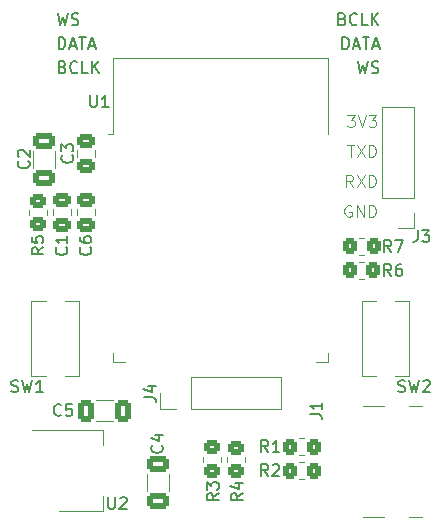
<source format=gto>
%TF.GenerationSoftware,KiCad,Pcbnew,7.0.1-3b83917a11~172~ubuntu22.04.1*%
%TF.CreationDate,2023-04-18T10:01:55+02:00*%
%TF.ProjectId,part2,70617274-322e-46b6-9963-61645f706362,rev?*%
%TF.SameCoordinates,Original*%
%TF.FileFunction,Legend,Top*%
%TF.FilePolarity,Positive*%
%FSLAX46Y46*%
G04 Gerber Fmt 4.6, Leading zero omitted, Abs format (unit mm)*
G04 Created by KiCad (PCBNEW 7.0.1-3b83917a11~172~ubuntu22.04.1) date 2023-04-18 10:01:55*
%MOMM*%
%LPD*%
G01*
G04 APERTURE LIST*
G04 Aperture macros list*
%AMRoundRect*
0 Rectangle with rounded corners*
0 $1 Rounding radius*
0 $2 $3 $4 $5 $6 $7 $8 $9 X,Y pos of 4 corners*
0 Add a 4 corners polygon primitive as box body*
4,1,4,$2,$3,$4,$5,$6,$7,$8,$9,$2,$3,0*
0 Add four circle primitives for the rounded corners*
1,1,$1+$1,$2,$3*
1,1,$1+$1,$4,$5*
1,1,$1+$1,$6,$7*
1,1,$1+$1,$8,$9*
0 Add four rect primitives between the rounded corners*
20,1,$1+$1,$2,$3,$4,$5,0*
20,1,$1+$1,$4,$5,$6,$7,0*
20,1,$1+$1,$6,$7,$8,$9,0*
20,1,$1+$1,$8,$9,$2,$3,0*%
G04 Aperture macros list end*
%ADD10C,0.125000*%
%ADD11C,0.150000*%
%ADD12C,0.120000*%
%ADD13RoundRect,0.250000X0.650000X-0.412500X0.650000X0.412500X-0.650000X0.412500X-0.650000X-0.412500X0*%
%ADD14RoundRect,0.250000X0.450000X-0.350000X0.450000X0.350000X-0.450000X0.350000X-0.450000X-0.350000X0*%
%ADD15R,4.000000X1.800000*%
%ADD16RoundRect,0.250000X0.412500X0.650000X-0.412500X0.650000X-0.412500X-0.650000X0.412500X-0.650000X0*%
%ADD17RoundRect,0.250000X-0.350000X-0.450000X0.350000X-0.450000X0.350000X0.450000X-0.350000X0.450000X0*%
%ADD18RoundRect,0.250000X-0.450000X0.350000X-0.450000X-0.350000X0.450000X-0.350000X0.450000X0.350000X0*%
%ADD19RoundRect,0.250000X0.475000X-0.337500X0.475000X0.337500X-0.475000X0.337500X-0.475000X-0.337500X0*%
%ADD20RoundRect,0.250000X-0.475000X0.337500X-0.475000X-0.337500X0.475000X-0.337500X0.475000X0.337500X0*%
%ADD21R,1.000000X1.250000*%
%ADD22RoundRect,0.250000X-0.650000X0.412500X-0.650000X-0.412500X0.650000X-0.412500X0.650000X0.412500X0*%
%ADD23R,1.700000X1.700000*%
%ADD24O,1.700000X1.700000*%
%ADD25RoundRect,0.250000X0.350000X0.450000X-0.350000X0.450000X-0.350000X-0.450000X0.350000X-0.450000X0*%
%ADD26R,2.000000X1.500000*%
%ADD27R,2.000000X3.800000*%
%ADD28R,1.500000X0.900000*%
%ADD29R,0.900000X1.500000*%
%ADD30C,0.600000*%
%ADD31R,4.200000X4.200000*%
%ADD32C,0.650000*%
%ADD33R,1.150000X0.600000*%
%ADD34R,1.150000X0.300000*%
%ADD35O,2.100000X1.000000*%
%ADD36O,1.800000X1.000000*%
G04 APERTURE END LIST*
D10*
X153510571Y-87207619D02*
X154129618Y-87207619D01*
X154129618Y-87207619D02*
X153796285Y-87588571D01*
X153796285Y-87588571D02*
X153939142Y-87588571D01*
X153939142Y-87588571D02*
X154034380Y-87636190D01*
X154034380Y-87636190D02*
X154081999Y-87683809D01*
X154081999Y-87683809D02*
X154129618Y-87779047D01*
X154129618Y-87779047D02*
X154129618Y-88017142D01*
X154129618Y-88017142D02*
X154081999Y-88112380D01*
X154081999Y-88112380D02*
X154034380Y-88160000D01*
X154034380Y-88160000D02*
X153939142Y-88207619D01*
X153939142Y-88207619D02*
X153653428Y-88207619D01*
X153653428Y-88207619D02*
X153558190Y-88160000D01*
X153558190Y-88160000D02*
X153510571Y-88112380D01*
X154415333Y-87207619D02*
X154748666Y-88207619D01*
X154748666Y-88207619D02*
X155081999Y-87207619D01*
X155320095Y-87207619D02*
X155939142Y-87207619D01*
X155939142Y-87207619D02*
X155605809Y-87588571D01*
X155605809Y-87588571D02*
X155748666Y-87588571D01*
X155748666Y-87588571D02*
X155843904Y-87636190D01*
X155843904Y-87636190D02*
X155891523Y-87683809D01*
X155891523Y-87683809D02*
X155939142Y-87779047D01*
X155939142Y-87779047D02*
X155939142Y-88017142D01*
X155939142Y-88017142D02*
X155891523Y-88112380D01*
X155891523Y-88112380D02*
X155843904Y-88160000D01*
X155843904Y-88160000D02*
X155748666Y-88207619D01*
X155748666Y-88207619D02*
X155462952Y-88207619D01*
X155462952Y-88207619D02*
X155367714Y-88160000D01*
X155367714Y-88160000D02*
X155320095Y-88112380D01*
X153510571Y-89747619D02*
X154081999Y-89747619D01*
X153796285Y-90747619D02*
X153796285Y-89747619D01*
X154320095Y-89747619D02*
X154986761Y-90747619D01*
X154986761Y-89747619D02*
X154320095Y-90747619D01*
X155367714Y-90747619D02*
X155367714Y-89747619D01*
X155367714Y-89747619D02*
X155605809Y-89747619D01*
X155605809Y-89747619D02*
X155748666Y-89795238D01*
X155748666Y-89795238D02*
X155843904Y-89890476D01*
X155843904Y-89890476D02*
X155891523Y-89985714D01*
X155891523Y-89985714D02*
X155939142Y-90176190D01*
X155939142Y-90176190D02*
X155939142Y-90319047D01*
X155939142Y-90319047D02*
X155891523Y-90509523D01*
X155891523Y-90509523D02*
X155843904Y-90604761D01*
X155843904Y-90604761D02*
X155748666Y-90700000D01*
X155748666Y-90700000D02*
X155605809Y-90747619D01*
X155605809Y-90747619D02*
X155367714Y-90747619D01*
X153843904Y-94875238D02*
X153748666Y-94827619D01*
X153748666Y-94827619D02*
X153605809Y-94827619D01*
X153605809Y-94827619D02*
X153462952Y-94875238D01*
X153462952Y-94875238D02*
X153367714Y-94970476D01*
X153367714Y-94970476D02*
X153320095Y-95065714D01*
X153320095Y-95065714D02*
X153272476Y-95256190D01*
X153272476Y-95256190D02*
X153272476Y-95399047D01*
X153272476Y-95399047D02*
X153320095Y-95589523D01*
X153320095Y-95589523D02*
X153367714Y-95684761D01*
X153367714Y-95684761D02*
X153462952Y-95780000D01*
X153462952Y-95780000D02*
X153605809Y-95827619D01*
X153605809Y-95827619D02*
X153701047Y-95827619D01*
X153701047Y-95827619D02*
X153843904Y-95780000D01*
X153843904Y-95780000D02*
X153891523Y-95732380D01*
X153891523Y-95732380D02*
X153891523Y-95399047D01*
X153891523Y-95399047D02*
X153701047Y-95399047D01*
X154320095Y-95827619D02*
X154320095Y-94827619D01*
X154320095Y-94827619D02*
X154891523Y-95827619D01*
X154891523Y-95827619D02*
X154891523Y-94827619D01*
X155367714Y-95827619D02*
X155367714Y-94827619D01*
X155367714Y-94827619D02*
X155605809Y-94827619D01*
X155605809Y-94827619D02*
X155748666Y-94875238D01*
X155748666Y-94875238D02*
X155843904Y-94970476D01*
X155843904Y-94970476D02*
X155891523Y-95065714D01*
X155891523Y-95065714D02*
X155939142Y-95256190D01*
X155939142Y-95256190D02*
X155939142Y-95399047D01*
X155939142Y-95399047D02*
X155891523Y-95589523D01*
X155891523Y-95589523D02*
X155843904Y-95684761D01*
X155843904Y-95684761D02*
X155748666Y-95780000D01*
X155748666Y-95780000D02*
X155605809Y-95827619D01*
X155605809Y-95827619D02*
X155367714Y-95827619D01*
X153986761Y-93287619D02*
X153653428Y-92811428D01*
X153415333Y-93287619D02*
X153415333Y-92287619D01*
X153415333Y-92287619D02*
X153796285Y-92287619D01*
X153796285Y-92287619D02*
X153891523Y-92335238D01*
X153891523Y-92335238D02*
X153939142Y-92382857D01*
X153939142Y-92382857D02*
X153986761Y-92478095D01*
X153986761Y-92478095D02*
X153986761Y-92620952D01*
X153986761Y-92620952D02*
X153939142Y-92716190D01*
X153939142Y-92716190D02*
X153891523Y-92763809D01*
X153891523Y-92763809D02*
X153796285Y-92811428D01*
X153796285Y-92811428D02*
X153415333Y-92811428D01*
X154320095Y-92287619D02*
X154986761Y-93287619D01*
X154986761Y-92287619D02*
X154320095Y-93287619D01*
X155367714Y-93287619D02*
X155367714Y-92287619D01*
X155367714Y-92287619D02*
X155605809Y-92287619D01*
X155605809Y-92287619D02*
X155748666Y-92335238D01*
X155748666Y-92335238D02*
X155843904Y-92430476D01*
X155843904Y-92430476D02*
X155891523Y-92525714D01*
X155891523Y-92525714D02*
X155939142Y-92716190D01*
X155939142Y-92716190D02*
X155939142Y-92859047D01*
X155939142Y-92859047D02*
X155891523Y-93049523D01*
X155891523Y-93049523D02*
X155843904Y-93144761D01*
X155843904Y-93144761D02*
X155748666Y-93240000D01*
X155748666Y-93240000D02*
X155605809Y-93287619D01*
X155605809Y-93287619D02*
X155367714Y-93287619D01*
D11*
%TO.C,C4*%
X137810880Y-115166666D02*
X137858500Y-115214285D01*
X137858500Y-115214285D02*
X137906119Y-115357142D01*
X137906119Y-115357142D02*
X137906119Y-115452380D01*
X137906119Y-115452380D02*
X137858500Y-115595237D01*
X137858500Y-115595237D02*
X137763261Y-115690475D01*
X137763261Y-115690475D02*
X137668023Y-115738094D01*
X137668023Y-115738094D02*
X137477547Y-115785713D01*
X137477547Y-115785713D02*
X137334690Y-115785713D01*
X137334690Y-115785713D02*
X137144214Y-115738094D01*
X137144214Y-115738094D02*
X137048976Y-115690475D01*
X137048976Y-115690475D02*
X136953738Y-115595237D01*
X136953738Y-115595237D02*
X136906119Y-115452380D01*
X136906119Y-115452380D02*
X136906119Y-115357142D01*
X136906119Y-115357142D02*
X136953738Y-115214285D01*
X136953738Y-115214285D02*
X137001357Y-115166666D01*
X137239452Y-114309523D02*
X137906119Y-114309523D01*
X136858500Y-114547618D02*
X137572785Y-114785713D01*
X137572785Y-114785713D02*
X137572785Y-114166666D01*
%TO.C,R5*%
X127784619Y-98402666D02*
X127308428Y-98735999D01*
X127784619Y-98974094D02*
X126784619Y-98974094D01*
X126784619Y-98974094D02*
X126784619Y-98593142D01*
X126784619Y-98593142D02*
X126832238Y-98497904D01*
X126832238Y-98497904D02*
X126879857Y-98450285D01*
X126879857Y-98450285D02*
X126975095Y-98402666D01*
X126975095Y-98402666D02*
X127117952Y-98402666D01*
X127117952Y-98402666D02*
X127213190Y-98450285D01*
X127213190Y-98450285D02*
X127260809Y-98497904D01*
X127260809Y-98497904D02*
X127308428Y-98593142D01*
X127308428Y-98593142D02*
X127308428Y-98974094D01*
X126784619Y-97497904D02*
X126784619Y-97974094D01*
X126784619Y-97974094D02*
X127260809Y-98021713D01*
X127260809Y-98021713D02*
X127213190Y-97974094D01*
X127213190Y-97974094D02*
X127165571Y-97878856D01*
X127165571Y-97878856D02*
X127165571Y-97640761D01*
X127165571Y-97640761D02*
X127213190Y-97545523D01*
X127213190Y-97545523D02*
X127260809Y-97497904D01*
X127260809Y-97497904D02*
X127356047Y-97450285D01*
X127356047Y-97450285D02*
X127594142Y-97450285D01*
X127594142Y-97450285D02*
X127689380Y-97497904D01*
X127689380Y-97497904D02*
X127737000Y-97545523D01*
X127737000Y-97545523D02*
X127784619Y-97640761D01*
X127784619Y-97640761D02*
X127784619Y-97878856D01*
X127784619Y-97878856D02*
X127737000Y-97974094D01*
X127737000Y-97974094D02*
X127689380Y-98021713D01*
%TO.C,J11*%
X128988857Y-78575619D02*
X129226952Y-79575619D01*
X129226952Y-79575619D02*
X129417428Y-78861333D01*
X129417428Y-78861333D02*
X129607904Y-79575619D01*
X129607904Y-79575619D02*
X129846000Y-78575619D01*
X130179333Y-79528000D02*
X130322190Y-79575619D01*
X130322190Y-79575619D02*
X130560285Y-79575619D01*
X130560285Y-79575619D02*
X130655523Y-79528000D01*
X130655523Y-79528000D02*
X130703142Y-79480380D01*
X130703142Y-79480380D02*
X130750761Y-79385142D01*
X130750761Y-79385142D02*
X130750761Y-79289904D01*
X130750761Y-79289904D02*
X130703142Y-79194666D01*
X130703142Y-79194666D02*
X130655523Y-79147047D01*
X130655523Y-79147047D02*
X130560285Y-79099428D01*
X130560285Y-79099428D02*
X130369809Y-79051809D01*
X130369809Y-79051809D02*
X130274571Y-79004190D01*
X130274571Y-79004190D02*
X130226952Y-78956571D01*
X130226952Y-78956571D02*
X130179333Y-78861333D01*
X130179333Y-78861333D02*
X130179333Y-78766095D01*
X130179333Y-78766095D02*
X130226952Y-78670857D01*
X130226952Y-78670857D02*
X130274571Y-78623238D01*
X130274571Y-78623238D02*
X130369809Y-78575619D01*
X130369809Y-78575619D02*
X130607904Y-78575619D01*
X130607904Y-78575619D02*
X130750761Y-78623238D01*
X129417428Y-83123809D02*
X129560285Y-83171428D01*
X129560285Y-83171428D02*
X129607904Y-83219047D01*
X129607904Y-83219047D02*
X129655523Y-83314285D01*
X129655523Y-83314285D02*
X129655523Y-83457142D01*
X129655523Y-83457142D02*
X129607904Y-83552380D01*
X129607904Y-83552380D02*
X129560285Y-83600000D01*
X129560285Y-83600000D02*
X129465047Y-83647619D01*
X129465047Y-83647619D02*
X129084095Y-83647619D01*
X129084095Y-83647619D02*
X129084095Y-82647619D01*
X129084095Y-82647619D02*
X129417428Y-82647619D01*
X129417428Y-82647619D02*
X129512666Y-82695238D01*
X129512666Y-82695238D02*
X129560285Y-82742857D01*
X129560285Y-82742857D02*
X129607904Y-82838095D01*
X129607904Y-82838095D02*
X129607904Y-82933333D01*
X129607904Y-82933333D02*
X129560285Y-83028571D01*
X129560285Y-83028571D02*
X129512666Y-83076190D01*
X129512666Y-83076190D02*
X129417428Y-83123809D01*
X129417428Y-83123809D02*
X129084095Y-83123809D01*
X130655523Y-83552380D02*
X130607904Y-83600000D01*
X130607904Y-83600000D02*
X130465047Y-83647619D01*
X130465047Y-83647619D02*
X130369809Y-83647619D01*
X130369809Y-83647619D02*
X130226952Y-83600000D01*
X130226952Y-83600000D02*
X130131714Y-83504761D01*
X130131714Y-83504761D02*
X130084095Y-83409523D01*
X130084095Y-83409523D02*
X130036476Y-83219047D01*
X130036476Y-83219047D02*
X130036476Y-83076190D01*
X130036476Y-83076190D02*
X130084095Y-82885714D01*
X130084095Y-82885714D02*
X130131714Y-82790476D01*
X130131714Y-82790476D02*
X130226952Y-82695238D01*
X130226952Y-82695238D02*
X130369809Y-82647619D01*
X130369809Y-82647619D02*
X130465047Y-82647619D01*
X130465047Y-82647619D02*
X130607904Y-82695238D01*
X130607904Y-82695238D02*
X130655523Y-82742857D01*
X131560285Y-83647619D02*
X131084095Y-83647619D01*
X131084095Y-83647619D02*
X131084095Y-82647619D01*
X131893619Y-83647619D02*
X131893619Y-82647619D01*
X132465047Y-83647619D02*
X132036476Y-83076190D01*
X132465047Y-82647619D02*
X131893619Y-83219047D01*
X129084095Y-81607619D02*
X129084095Y-80607619D01*
X129084095Y-80607619D02*
X129322190Y-80607619D01*
X129322190Y-80607619D02*
X129465047Y-80655238D01*
X129465047Y-80655238D02*
X129560285Y-80750476D01*
X129560285Y-80750476D02*
X129607904Y-80845714D01*
X129607904Y-80845714D02*
X129655523Y-81036190D01*
X129655523Y-81036190D02*
X129655523Y-81179047D01*
X129655523Y-81179047D02*
X129607904Y-81369523D01*
X129607904Y-81369523D02*
X129560285Y-81464761D01*
X129560285Y-81464761D02*
X129465047Y-81560000D01*
X129465047Y-81560000D02*
X129322190Y-81607619D01*
X129322190Y-81607619D02*
X129084095Y-81607619D01*
X130036476Y-81321904D02*
X130512666Y-81321904D01*
X129941238Y-81607619D02*
X130274571Y-80607619D01*
X130274571Y-80607619D02*
X130607904Y-81607619D01*
X130798381Y-80607619D02*
X131369809Y-80607619D01*
X131084095Y-81607619D02*
X131084095Y-80607619D01*
X131655524Y-81321904D02*
X132131714Y-81321904D01*
X131560286Y-81607619D02*
X131893619Y-80607619D01*
X131893619Y-80607619D02*
X132226952Y-81607619D01*
%TO.C,C5*%
X129293333Y-112577380D02*
X129245714Y-112625000D01*
X129245714Y-112625000D02*
X129102857Y-112672619D01*
X129102857Y-112672619D02*
X129007619Y-112672619D01*
X129007619Y-112672619D02*
X128864762Y-112625000D01*
X128864762Y-112625000D02*
X128769524Y-112529761D01*
X128769524Y-112529761D02*
X128721905Y-112434523D01*
X128721905Y-112434523D02*
X128674286Y-112244047D01*
X128674286Y-112244047D02*
X128674286Y-112101190D01*
X128674286Y-112101190D02*
X128721905Y-111910714D01*
X128721905Y-111910714D02*
X128769524Y-111815476D01*
X128769524Y-111815476D02*
X128864762Y-111720238D01*
X128864762Y-111720238D02*
X129007619Y-111672619D01*
X129007619Y-111672619D02*
X129102857Y-111672619D01*
X129102857Y-111672619D02*
X129245714Y-111720238D01*
X129245714Y-111720238D02*
X129293333Y-111767857D01*
X130198095Y-111672619D02*
X129721905Y-111672619D01*
X129721905Y-111672619D02*
X129674286Y-112148809D01*
X129674286Y-112148809D02*
X129721905Y-112101190D01*
X129721905Y-112101190D02*
X129817143Y-112053571D01*
X129817143Y-112053571D02*
X130055238Y-112053571D01*
X130055238Y-112053571D02*
X130150476Y-112101190D01*
X130150476Y-112101190D02*
X130198095Y-112148809D01*
X130198095Y-112148809D02*
X130245714Y-112244047D01*
X130245714Y-112244047D02*
X130245714Y-112482142D01*
X130245714Y-112482142D02*
X130198095Y-112577380D01*
X130198095Y-112577380D02*
X130150476Y-112625000D01*
X130150476Y-112625000D02*
X130055238Y-112672619D01*
X130055238Y-112672619D02*
X129817143Y-112672619D01*
X129817143Y-112672619D02*
X129721905Y-112625000D01*
X129721905Y-112625000D02*
X129674286Y-112577380D01*
%TO.C,R6*%
X157233333Y-100810619D02*
X156900000Y-100334428D01*
X156661905Y-100810619D02*
X156661905Y-99810619D01*
X156661905Y-99810619D02*
X157042857Y-99810619D01*
X157042857Y-99810619D02*
X157138095Y-99858238D01*
X157138095Y-99858238D02*
X157185714Y-99905857D01*
X157185714Y-99905857D02*
X157233333Y-100001095D01*
X157233333Y-100001095D02*
X157233333Y-100143952D01*
X157233333Y-100143952D02*
X157185714Y-100239190D01*
X157185714Y-100239190D02*
X157138095Y-100286809D01*
X157138095Y-100286809D02*
X157042857Y-100334428D01*
X157042857Y-100334428D02*
X156661905Y-100334428D01*
X158090476Y-99810619D02*
X157900000Y-99810619D01*
X157900000Y-99810619D02*
X157804762Y-99858238D01*
X157804762Y-99858238D02*
X157757143Y-99905857D01*
X157757143Y-99905857D02*
X157661905Y-100048714D01*
X157661905Y-100048714D02*
X157614286Y-100239190D01*
X157614286Y-100239190D02*
X157614286Y-100620142D01*
X157614286Y-100620142D02*
X157661905Y-100715380D01*
X157661905Y-100715380D02*
X157709524Y-100763000D01*
X157709524Y-100763000D02*
X157804762Y-100810619D01*
X157804762Y-100810619D02*
X157995238Y-100810619D01*
X157995238Y-100810619D02*
X158090476Y-100763000D01*
X158090476Y-100763000D02*
X158138095Y-100715380D01*
X158138095Y-100715380D02*
X158185714Y-100620142D01*
X158185714Y-100620142D02*
X158185714Y-100382047D01*
X158185714Y-100382047D02*
X158138095Y-100286809D01*
X158138095Y-100286809D02*
X158090476Y-100239190D01*
X158090476Y-100239190D02*
X157995238Y-100191571D01*
X157995238Y-100191571D02*
X157804762Y-100191571D01*
X157804762Y-100191571D02*
X157709524Y-100239190D01*
X157709524Y-100239190D02*
X157661905Y-100286809D01*
X157661905Y-100286809D02*
X157614286Y-100382047D01*
%TO.C,R3*%
X142622619Y-119230666D02*
X142146428Y-119563999D01*
X142622619Y-119802094D02*
X141622619Y-119802094D01*
X141622619Y-119802094D02*
X141622619Y-119421142D01*
X141622619Y-119421142D02*
X141670238Y-119325904D01*
X141670238Y-119325904D02*
X141717857Y-119278285D01*
X141717857Y-119278285D02*
X141813095Y-119230666D01*
X141813095Y-119230666D02*
X141955952Y-119230666D01*
X141955952Y-119230666D02*
X142051190Y-119278285D01*
X142051190Y-119278285D02*
X142098809Y-119325904D01*
X142098809Y-119325904D02*
X142146428Y-119421142D01*
X142146428Y-119421142D02*
X142146428Y-119802094D01*
X141622619Y-118897332D02*
X141622619Y-118278285D01*
X141622619Y-118278285D02*
X142003571Y-118611618D01*
X142003571Y-118611618D02*
X142003571Y-118468761D01*
X142003571Y-118468761D02*
X142051190Y-118373523D01*
X142051190Y-118373523D02*
X142098809Y-118325904D01*
X142098809Y-118325904D02*
X142194047Y-118278285D01*
X142194047Y-118278285D02*
X142432142Y-118278285D01*
X142432142Y-118278285D02*
X142527380Y-118325904D01*
X142527380Y-118325904D02*
X142575000Y-118373523D01*
X142575000Y-118373523D02*
X142622619Y-118468761D01*
X142622619Y-118468761D02*
X142622619Y-118754475D01*
X142622619Y-118754475D02*
X142575000Y-118849713D01*
X142575000Y-118849713D02*
X142527380Y-118897332D01*
%TO.C,C1*%
X129721380Y-98402666D02*
X129769000Y-98450285D01*
X129769000Y-98450285D02*
X129816619Y-98593142D01*
X129816619Y-98593142D02*
X129816619Y-98688380D01*
X129816619Y-98688380D02*
X129769000Y-98831237D01*
X129769000Y-98831237D02*
X129673761Y-98926475D01*
X129673761Y-98926475D02*
X129578523Y-98974094D01*
X129578523Y-98974094D02*
X129388047Y-99021713D01*
X129388047Y-99021713D02*
X129245190Y-99021713D01*
X129245190Y-99021713D02*
X129054714Y-98974094D01*
X129054714Y-98974094D02*
X128959476Y-98926475D01*
X128959476Y-98926475D02*
X128864238Y-98831237D01*
X128864238Y-98831237D02*
X128816619Y-98688380D01*
X128816619Y-98688380D02*
X128816619Y-98593142D01*
X128816619Y-98593142D02*
X128864238Y-98450285D01*
X128864238Y-98450285D02*
X128911857Y-98402666D01*
X129816619Y-97450285D02*
X129816619Y-98021713D01*
X129816619Y-97735999D02*
X128816619Y-97735999D01*
X128816619Y-97735999D02*
X128959476Y-97831237D01*
X128959476Y-97831237D02*
X129054714Y-97926475D01*
X129054714Y-97926475D02*
X129102333Y-98021713D01*
%TO.C,J7*%
X154388857Y-82647619D02*
X154626952Y-83647619D01*
X154626952Y-83647619D02*
X154817428Y-82933333D01*
X154817428Y-82933333D02*
X155007904Y-83647619D01*
X155007904Y-83647619D02*
X155246000Y-82647619D01*
X155579333Y-83600000D02*
X155722190Y-83647619D01*
X155722190Y-83647619D02*
X155960285Y-83647619D01*
X155960285Y-83647619D02*
X156055523Y-83600000D01*
X156055523Y-83600000D02*
X156103142Y-83552380D01*
X156103142Y-83552380D02*
X156150761Y-83457142D01*
X156150761Y-83457142D02*
X156150761Y-83361904D01*
X156150761Y-83361904D02*
X156103142Y-83266666D01*
X156103142Y-83266666D02*
X156055523Y-83219047D01*
X156055523Y-83219047D02*
X155960285Y-83171428D01*
X155960285Y-83171428D02*
X155769809Y-83123809D01*
X155769809Y-83123809D02*
X155674571Y-83076190D01*
X155674571Y-83076190D02*
X155626952Y-83028571D01*
X155626952Y-83028571D02*
X155579333Y-82933333D01*
X155579333Y-82933333D02*
X155579333Y-82838095D01*
X155579333Y-82838095D02*
X155626952Y-82742857D01*
X155626952Y-82742857D02*
X155674571Y-82695238D01*
X155674571Y-82695238D02*
X155769809Y-82647619D01*
X155769809Y-82647619D02*
X156007904Y-82647619D01*
X156007904Y-82647619D02*
X156150761Y-82695238D01*
X153103142Y-81607619D02*
X153103142Y-80607619D01*
X153103142Y-80607619D02*
X153341237Y-80607619D01*
X153341237Y-80607619D02*
X153484094Y-80655238D01*
X153484094Y-80655238D02*
X153579332Y-80750476D01*
X153579332Y-80750476D02*
X153626951Y-80845714D01*
X153626951Y-80845714D02*
X153674570Y-81036190D01*
X153674570Y-81036190D02*
X153674570Y-81179047D01*
X153674570Y-81179047D02*
X153626951Y-81369523D01*
X153626951Y-81369523D02*
X153579332Y-81464761D01*
X153579332Y-81464761D02*
X153484094Y-81560000D01*
X153484094Y-81560000D02*
X153341237Y-81607619D01*
X153341237Y-81607619D02*
X153103142Y-81607619D01*
X154055523Y-81321904D02*
X154531713Y-81321904D01*
X153960285Y-81607619D02*
X154293618Y-80607619D01*
X154293618Y-80607619D02*
X154626951Y-81607619D01*
X154817428Y-80607619D02*
X155388856Y-80607619D01*
X155103142Y-81607619D02*
X155103142Y-80607619D01*
X155674571Y-81321904D02*
X156150761Y-81321904D01*
X155579333Y-81607619D02*
X155912666Y-80607619D01*
X155912666Y-80607619D02*
X156245999Y-81607619D01*
X153103142Y-79051809D02*
X153245999Y-79099428D01*
X153245999Y-79099428D02*
X153293618Y-79147047D01*
X153293618Y-79147047D02*
X153341237Y-79242285D01*
X153341237Y-79242285D02*
X153341237Y-79385142D01*
X153341237Y-79385142D02*
X153293618Y-79480380D01*
X153293618Y-79480380D02*
X153245999Y-79528000D01*
X153245999Y-79528000D02*
X153150761Y-79575619D01*
X153150761Y-79575619D02*
X152769809Y-79575619D01*
X152769809Y-79575619D02*
X152769809Y-78575619D01*
X152769809Y-78575619D02*
X153103142Y-78575619D01*
X153103142Y-78575619D02*
X153198380Y-78623238D01*
X153198380Y-78623238D02*
X153245999Y-78670857D01*
X153245999Y-78670857D02*
X153293618Y-78766095D01*
X153293618Y-78766095D02*
X153293618Y-78861333D01*
X153293618Y-78861333D02*
X153245999Y-78956571D01*
X153245999Y-78956571D02*
X153198380Y-79004190D01*
X153198380Y-79004190D02*
X153103142Y-79051809D01*
X153103142Y-79051809D02*
X152769809Y-79051809D01*
X154341237Y-79480380D02*
X154293618Y-79528000D01*
X154293618Y-79528000D02*
X154150761Y-79575619D01*
X154150761Y-79575619D02*
X154055523Y-79575619D01*
X154055523Y-79575619D02*
X153912666Y-79528000D01*
X153912666Y-79528000D02*
X153817428Y-79432761D01*
X153817428Y-79432761D02*
X153769809Y-79337523D01*
X153769809Y-79337523D02*
X153722190Y-79147047D01*
X153722190Y-79147047D02*
X153722190Y-79004190D01*
X153722190Y-79004190D02*
X153769809Y-78813714D01*
X153769809Y-78813714D02*
X153817428Y-78718476D01*
X153817428Y-78718476D02*
X153912666Y-78623238D01*
X153912666Y-78623238D02*
X154055523Y-78575619D01*
X154055523Y-78575619D02*
X154150761Y-78575619D01*
X154150761Y-78575619D02*
X154293618Y-78623238D01*
X154293618Y-78623238D02*
X154341237Y-78670857D01*
X155245999Y-79575619D02*
X154769809Y-79575619D01*
X154769809Y-79575619D02*
X154769809Y-78575619D01*
X155579333Y-79575619D02*
X155579333Y-78575619D01*
X156150761Y-79575619D02*
X155722190Y-79004190D01*
X156150761Y-78575619D02*
X155579333Y-79147047D01*
%TO.C,C3*%
X130222880Y-90610166D02*
X130270500Y-90657785D01*
X130270500Y-90657785D02*
X130318119Y-90800642D01*
X130318119Y-90800642D02*
X130318119Y-90895880D01*
X130318119Y-90895880D02*
X130270500Y-91038737D01*
X130270500Y-91038737D02*
X130175261Y-91133975D01*
X130175261Y-91133975D02*
X130080023Y-91181594D01*
X130080023Y-91181594D02*
X129889547Y-91229213D01*
X129889547Y-91229213D02*
X129746690Y-91229213D01*
X129746690Y-91229213D02*
X129556214Y-91181594D01*
X129556214Y-91181594D02*
X129460976Y-91133975D01*
X129460976Y-91133975D02*
X129365738Y-91038737D01*
X129365738Y-91038737D02*
X129318119Y-90895880D01*
X129318119Y-90895880D02*
X129318119Y-90800642D01*
X129318119Y-90800642D02*
X129365738Y-90657785D01*
X129365738Y-90657785D02*
X129413357Y-90610166D01*
X129318119Y-90276832D02*
X129318119Y-89657785D01*
X129318119Y-89657785D02*
X129699071Y-89991118D01*
X129699071Y-89991118D02*
X129699071Y-89848261D01*
X129699071Y-89848261D02*
X129746690Y-89753023D01*
X129746690Y-89753023D02*
X129794309Y-89705404D01*
X129794309Y-89705404D02*
X129889547Y-89657785D01*
X129889547Y-89657785D02*
X130127642Y-89657785D01*
X130127642Y-89657785D02*
X130222880Y-89705404D01*
X130222880Y-89705404D02*
X130270500Y-89753023D01*
X130270500Y-89753023D02*
X130318119Y-89848261D01*
X130318119Y-89848261D02*
X130318119Y-90133975D01*
X130318119Y-90133975D02*
X130270500Y-90229213D01*
X130270500Y-90229213D02*
X130222880Y-90276832D01*
%TO.C,R4*%
X144654619Y-119230666D02*
X144178428Y-119563999D01*
X144654619Y-119802094D02*
X143654619Y-119802094D01*
X143654619Y-119802094D02*
X143654619Y-119421142D01*
X143654619Y-119421142D02*
X143702238Y-119325904D01*
X143702238Y-119325904D02*
X143749857Y-119278285D01*
X143749857Y-119278285D02*
X143845095Y-119230666D01*
X143845095Y-119230666D02*
X143987952Y-119230666D01*
X143987952Y-119230666D02*
X144083190Y-119278285D01*
X144083190Y-119278285D02*
X144130809Y-119325904D01*
X144130809Y-119325904D02*
X144178428Y-119421142D01*
X144178428Y-119421142D02*
X144178428Y-119802094D01*
X143987952Y-118373523D02*
X144654619Y-118373523D01*
X143607000Y-118611618D02*
X144321285Y-118849713D01*
X144321285Y-118849713D02*
X144321285Y-118230666D01*
%TO.C,R7*%
X157233333Y-98778619D02*
X156900000Y-98302428D01*
X156661905Y-98778619D02*
X156661905Y-97778619D01*
X156661905Y-97778619D02*
X157042857Y-97778619D01*
X157042857Y-97778619D02*
X157138095Y-97826238D01*
X157138095Y-97826238D02*
X157185714Y-97873857D01*
X157185714Y-97873857D02*
X157233333Y-97969095D01*
X157233333Y-97969095D02*
X157233333Y-98111952D01*
X157233333Y-98111952D02*
X157185714Y-98207190D01*
X157185714Y-98207190D02*
X157138095Y-98254809D01*
X157138095Y-98254809D02*
X157042857Y-98302428D01*
X157042857Y-98302428D02*
X156661905Y-98302428D01*
X157566667Y-97778619D02*
X158233333Y-97778619D01*
X158233333Y-97778619D02*
X157804762Y-98778619D01*
%TO.C,SW2*%
X157844667Y-110593000D02*
X157987524Y-110640619D01*
X157987524Y-110640619D02*
X158225619Y-110640619D01*
X158225619Y-110640619D02*
X158320857Y-110593000D01*
X158320857Y-110593000D02*
X158368476Y-110545380D01*
X158368476Y-110545380D02*
X158416095Y-110450142D01*
X158416095Y-110450142D02*
X158416095Y-110354904D01*
X158416095Y-110354904D02*
X158368476Y-110259666D01*
X158368476Y-110259666D02*
X158320857Y-110212047D01*
X158320857Y-110212047D02*
X158225619Y-110164428D01*
X158225619Y-110164428D02*
X158035143Y-110116809D01*
X158035143Y-110116809D02*
X157939905Y-110069190D01*
X157939905Y-110069190D02*
X157892286Y-110021571D01*
X157892286Y-110021571D02*
X157844667Y-109926333D01*
X157844667Y-109926333D02*
X157844667Y-109831095D01*
X157844667Y-109831095D02*
X157892286Y-109735857D01*
X157892286Y-109735857D02*
X157939905Y-109688238D01*
X157939905Y-109688238D02*
X158035143Y-109640619D01*
X158035143Y-109640619D02*
X158273238Y-109640619D01*
X158273238Y-109640619D02*
X158416095Y-109688238D01*
X158749429Y-109640619D02*
X158987524Y-110640619D01*
X158987524Y-110640619D02*
X159178000Y-109926333D01*
X159178000Y-109926333D02*
X159368476Y-110640619D01*
X159368476Y-110640619D02*
X159606572Y-109640619D01*
X159939905Y-109735857D02*
X159987524Y-109688238D01*
X159987524Y-109688238D02*
X160082762Y-109640619D01*
X160082762Y-109640619D02*
X160320857Y-109640619D01*
X160320857Y-109640619D02*
X160416095Y-109688238D01*
X160416095Y-109688238D02*
X160463714Y-109735857D01*
X160463714Y-109735857D02*
X160511333Y-109831095D01*
X160511333Y-109831095D02*
X160511333Y-109926333D01*
X160511333Y-109926333D02*
X160463714Y-110069190D01*
X160463714Y-110069190D02*
X159892286Y-110640619D01*
X159892286Y-110640619D02*
X160511333Y-110640619D01*
%TO.C,C2*%
X126525380Y-91096666D02*
X126573000Y-91144285D01*
X126573000Y-91144285D02*
X126620619Y-91287142D01*
X126620619Y-91287142D02*
X126620619Y-91382380D01*
X126620619Y-91382380D02*
X126573000Y-91525237D01*
X126573000Y-91525237D02*
X126477761Y-91620475D01*
X126477761Y-91620475D02*
X126382523Y-91668094D01*
X126382523Y-91668094D02*
X126192047Y-91715713D01*
X126192047Y-91715713D02*
X126049190Y-91715713D01*
X126049190Y-91715713D02*
X125858714Y-91668094D01*
X125858714Y-91668094D02*
X125763476Y-91620475D01*
X125763476Y-91620475D02*
X125668238Y-91525237D01*
X125668238Y-91525237D02*
X125620619Y-91382380D01*
X125620619Y-91382380D02*
X125620619Y-91287142D01*
X125620619Y-91287142D02*
X125668238Y-91144285D01*
X125668238Y-91144285D02*
X125715857Y-91096666D01*
X125715857Y-90715713D02*
X125668238Y-90668094D01*
X125668238Y-90668094D02*
X125620619Y-90572856D01*
X125620619Y-90572856D02*
X125620619Y-90334761D01*
X125620619Y-90334761D02*
X125668238Y-90239523D01*
X125668238Y-90239523D02*
X125715857Y-90191904D01*
X125715857Y-90191904D02*
X125811095Y-90144285D01*
X125811095Y-90144285D02*
X125906333Y-90144285D01*
X125906333Y-90144285D02*
X126049190Y-90191904D01*
X126049190Y-90191904D02*
X126620619Y-90763332D01*
X126620619Y-90763332D02*
X126620619Y-90144285D01*
%TO.C,J4*%
X136288619Y-111075333D02*
X137002904Y-111075333D01*
X137002904Y-111075333D02*
X137145761Y-111122952D01*
X137145761Y-111122952D02*
X137241000Y-111218190D01*
X137241000Y-111218190D02*
X137288619Y-111361047D01*
X137288619Y-111361047D02*
X137288619Y-111456285D01*
X136621952Y-110170571D02*
X137288619Y-110170571D01*
X136241000Y-110408666D02*
X136955285Y-110646761D01*
X136955285Y-110646761D02*
X136955285Y-110027714D01*
%TO.C,R2*%
X146819333Y-117748619D02*
X146486000Y-117272428D01*
X146247905Y-117748619D02*
X146247905Y-116748619D01*
X146247905Y-116748619D02*
X146628857Y-116748619D01*
X146628857Y-116748619D02*
X146724095Y-116796238D01*
X146724095Y-116796238D02*
X146771714Y-116843857D01*
X146771714Y-116843857D02*
X146819333Y-116939095D01*
X146819333Y-116939095D02*
X146819333Y-117081952D01*
X146819333Y-117081952D02*
X146771714Y-117177190D01*
X146771714Y-117177190D02*
X146724095Y-117224809D01*
X146724095Y-117224809D02*
X146628857Y-117272428D01*
X146628857Y-117272428D02*
X146247905Y-117272428D01*
X147200286Y-116843857D02*
X147247905Y-116796238D01*
X147247905Y-116796238D02*
X147343143Y-116748619D01*
X147343143Y-116748619D02*
X147581238Y-116748619D01*
X147581238Y-116748619D02*
X147676476Y-116796238D01*
X147676476Y-116796238D02*
X147724095Y-116843857D01*
X147724095Y-116843857D02*
X147771714Y-116939095D01*
X147771714Y-116939095D02*
X147771714Y-117034333D01*
X147771714Y-117034333D02*
X147724095Y-117177190D01*
X147724095Y-117177190D02*
X147152667Y-117748619D01*
X147152667Y-117748619D02*
X147771714Y-117748619D01*
%TO.C,R1*%
X146819333Y-115716619D02*
X146486000Y-115240428D01*
X146247905Y-115716619D02*
X146247905Y-114716619D01*
X146247905Y-114716619D02*
X146628857Y-114716619D01*
X146628857Y-114716619D02*
X146724095Y-114764238D01*
X146724095Y-114764238D02*
X146771714Y-114811857D01*
X146771714Y-114811857D02*
X146819333Y-114907095D01*
X146819333Y-114907095D02*
X146819333Y-115049952D01*
X146819333Y-115049952D02*
X146771714Y-115145190D01*
X146771714Y-115145190D02*
X146724095Y-115192809D01*
X146724095Y-115192809D02*
X146628857Y-115240428D01*
X146628857Y-115240428D02*
X146247905Y-115240428D01*
X147771714Y-115716619D02*
X147200286Y-115716619D01*
X147486000Y-115716619D02*
X147486000Y-114716619D01*
X147486000Y-114716619D02*
X147390762Y-114859476D01*
X147390762Y-114859476D02*
X147295524Y-114954714D01*
X147295524Y-114954714D02*
X147200286Y-115002333D01*
%TO.C,U2*%
X133270095Y-119542619D02*
X133270095Y-120352142D01*
X133270095Y-120352142D02*
X133317714Y-120447380D01*
X133317714Y-120447380D02*
X133365333Y-120495000D01*
X133365333Y-120495000D02*
X133460571Y-120542619D01*
X133460571Y-120542619D02*
X133651047Y-120542619D01*
X133651047Y-120542619D02*
X133746285Y-120495000D01*
X133746285Y-120495000D02*
X133793904Y-120447380D01*
X133793904Y-120447380D02*
X133841523Y-120352142D01*
X133841523Y-120352142D02*
X133841523Y-119542619D01*
X134270095Y-119637857D02*
X134317714Y-119590238D01*
X134317714Y-119590238D02*
X134412952Y-119542619D01*
X134412952Y-119542619D02*
X134651047Y-119542619D01*
X134651047Y-119542619D02*
X134746285Y-119590238D01*
X134746285Y-119590238D02*
X134793904Y-119637857D01*
X134793904Y-119637857D02*
X134841523Y-119733095D01*
X134841523Y-119733095D02*
X134841523Y-119828333D01*
X134841523Y-119828333D02*
X134793904Y-119971190D01*
X134793904Y-119971190D02*
X134222476Y-120542619D01*
X134222476Y-120542619D02*
X134841523Y-120542619D01*
%TO.C,C6*%
X131753380Y-98402666D02*
X131801000Y-98450285D01*
X131801000Y-98450285D02*
X131848619Y-98593142D01*
X131848619Y-98593142D02*
X131848619Y-98688380D01*
X131848619Y-98688380D02*
X131801000Y-98831237D01*
X131801000Y-98831237D02*
X131705761Y-98926475D01*
X131705761Y-98926475D02*
X131610523Y-98974094D01*
X131610523Y-98974094D02*
X131420047Y-99021713D01*
X131420047Y-99021713D02*
X131277190Y-99021713D01*
X131277190Y-99021713D02*
X131086714Y-98974094D01*
X131086714Y-98974094D02*
X130991476Y-98926475D01*
X130991476Y-98926475D02*
X130896238Y-98831237D01*
X130896238Y-98831237D02*
X130848619Y-98688380D01*
X130848619Y-98688380D02*
X130848619Y-98593142D01*
X130848619Y-98593142D02*
X130896238Y-98450285D01*
X130896238Y-98450285D02*
X130943857Y-98402666D01*
X130848619Y-97545523D02*
X130848619Y-97735999D01*
X130848619Y-97735999D02*
X130896238Y-97831237D01*
X130896238Y-97831237D02*
X130943857Y-97878856D01*
X130943857Y-97878856D02*
X131086714Y-97974094D01*
X131086714Y-97974094D02*
X131277190Y-98021713D01*
X131277190Y-98021713D02*
X131658142Y-98021713D01*
X131658142Y-98021713D02*
X131753380Y-97974094D01*
X131753380Y-97974094D02*
X131801000Y-97926475D01*
X131801000Y-97926475D02*
X131848619Y-97831237D01*
X131848619Y-97831237D02*
X131848619Y-97640761D01*
X131848619Y-97640761D02*
X131801000Y-97545523D01*
X131801000Y-97545523D02*
X131753380Y-97497904D01*
X131753380Y-97497904D02*
X131658142Y-97450285D01*
X131658142Y-97450285D02*
X131420047Y-97450285D01*
X131420047Y-97450285D02*
X131324809Y-97497904D01*
X131324809Y-97497904D02*
X131277190Y-97545523D01*
X131277190Y-97545523D02*
X131229571Y-97640761D01*
X131229571Y-97640761D02*
X131229571Y-97831237D01*
X131229571Y-97831237D02*
X131277190Y-97926475D01*
X131277190Y-97926475D02*
X131324809Y-97974094D01*
X131324809Y-97974094D02*
X131420047Y-98021713D01*
%TO.C,J3*%
X159468166Y-96936619D02*
X159468166Y-97650904D01*
X159468166Y-97650904D02*
X159420547Y-97793761D01*
X159420547Y-97793761D02*
X159325309Y-97889000D01*
X159325309Y-97889000D02*
X159182452Y-97936619D01*
X159182452Y-97936619D02*
X159087214Y-97936619D01*
X159849119Y-96936619D02*
X160468166Y-96936619D01*
X160468166Y-96936619D02*
X160134833Y-97317571D01*
X160134833Y-97317571D02*
X160277690Y-97317571D01*
X160277690Y-97317571D02*
X160372928Y-97365190D01*
X160372928Y-97365190D02*
X160420547Y-97412809D01*
X160420547Y-97412809D02*
X160468166Y-97508047D01*
X160468166Y-97508047D02*
X160468166Y-97746142D01*
X160468166Y-97746142D02*
X160420547Y-97841380D01*
X160420547Y-97841380D02*
X160372928Y-97889000D01*
X160372928Y-97889000D02*
X160277690Y-97936619D01*
X160277690Y-97936619D02*
X159991976Y-97936619D01*
X159991976Y-97936619D02*
X159896738Y-97889000D01*
X159896738Y-97889000D02*
X159849119Y-97841380D01*
%TO.C,SW1*%
X125078667Y-110589000D02*
X125221524Y-110636619D01*
X125221524Y-110636619D02*
X125459619Y-110636619D01*
X125459619Y-110636619D02*
X125554857Y-110589000D01*
X125554857Y-110589000D02*
X125602476Y-110541380D01*
X125602476Y-110541380D02*
X125650095Y-110446142D01*
X125650095Y-110446142D02*
X125650095Y-110350904D01*
X125650095Y-110350904D02*
X125602476Y-110255666D01*
X125602476Y-110255666D02*
X125554857Y-110208047D01*
X125554857Y-110208047D02*
X125459619Y-110160428D01*
X125459619Y-110160428D02*
X125269143Y-110112809D01*
X125269143Y-110112809D02*
X125173905Y-110065190D01*
X125173905Y-110065190D02*
X125126286Y-110017571D01*
X125126286Y-110017571D02*
X125078667Y-109922333D01*
X125078667Y-109922333D02*
X125078667Y-109827095D01*
X125078667Y-109827095D02*
X125126286Y-109731857D01*
X125126286Y-109731857D02*
X125173905Y-109684238D01*
X125173905Y-109684238D02*
X125269143Y-109636619D01*
X125269143Y-109636619D02*
X125507238Y-109636619D01*
X125507238Y-109636619D02*
X125650095Y-109684238D01*
X125983429Y-109636619D02*
X126221524Y-110636619D01*
X126221524Y-110636619D02*
X126412000Y-109922333D01*
X126412000Y-109922333D02*
X126602476Y-110636619D01*
X126602476Y-110636619D02*
X126840572Y-109636619D01*
X127745333Y-110636619D02*
X127173905Y-110636619D01*
X127459619Y-110636619D02*
X127459619Y-109636619D01*
X127459619Y-109636619D02*
X127364381Y-109779476D01*
X127364381Y-109779476D02*
X127269143Y-109874714D01*
X127269143Y-109874714D02*
X127173905Y-109922333D01*
%TO.C,U1*%
X131746095Y-85506619D02*
X131746095Y-86316142D01*
X131746095Y-86316142D02*
X131793714Y-86411380D01*
X131793714Y-86411380D02*
X131841333Y-86459000D01*
X131841333Y-86459000D02*
X131936571Y-86506619D01*
X131936571Y-86506619D02*
X132127047Y-86506619D01*
X132127047Y-86506619D02*
X132222285Y-86459000D01*
X132222285Y-86459000D02*
X132269904Y-86411380D01*
X132269904Y-86411380D02*
X132317523Y-86316142D01*
X132317523Y-86316142D02*
X132317523Y-85506619D01*
X133317523Y-86506619D02*
X132746095Y-86506619D01*
X133031809Y-86506619D02*
X133031809Y-85506619D01*
X133031809Y-85506619D02*
X132936571Y-85649476D01*
X132936571Y-85649476D02*
X132841333Y-85744714D01*
X132841333Y-85744714D02*
X132746095Y-85792333D01*
%TO.C,J1*%
X150371119Y-112545333D02*
X151085404Y-112545333D01*
X151085404Y-112545333D02*
X151228261Y-112592952D01*
X151228261Y-112592952D02*
X151323500Y-112688190D01*
X151323500Y-112688190D02*
X151371119Y-112831047D01*
X151371119Y-112831047D02*
X151371119Y-112926285D01*
X151371119Y-111545333D02*
X151371119Y-112116761D01*
X151371119Y-111831047D02*
X150371119Y-111831047D01*
X150371119Y-111831047D02*
X150513976Y-111926285D01*
X150513976Y-111926285D02*
X150609214Y-112021523D01*
X150609214Y-112021523D02*
X150656833Y-112116761D01*
D12*
%TO.C,C4*%
X136572000Y-119017252D02*
X136572000Y-117594748D01*
X138392000Y-119017252D02*
X138392000Y-117594748D01*
%TO.C,R5*%
X126587000Y-95657064D02*
X126587000Y-95202936D01*
X128057000Y-95657064D02*
X128057000Y-95202936D01*
%TO.C,C5*%
X133659752Y-113120000D02*
X132237248Y-113120000D01*
X133659752Y-111300000D02*
X132237248Y-111300000D01*
%TO.C,R6*%
X154494936Y-99613000D02*
X154949064Y-99613000D01*
X154494936Y-101083000D02*
X154949064Y-101083000D01*
%TO.C,R3*%
X142789000Y-116102936D02*
X142789000Y-116557064D01*
X141319000Y-116102936D02*
X141319000Y-116557064D01*
%TO.C,C1*%
X128619000Y-95691252D02*
X128619000Y-95168748D01*
X130089000Y-95691252D02*
X130089000Y-95168748D01*
%TO.C,C3*%
X132114500Y-90182248D02*
X132114500Y-90704752D01*
X130644500Y-90182248D02*
X130644500Y-90704752D01*
%TO.C,R4*%
X144814500Y-116124436D02*
X144814500Y-116578564D01*
X143344500Y-116124436D02*
X143344500Y-116578564D01*
%TO.C,R7*%
X154510936Y-97581000D02*
X154965064Y-97581000D01*
X154510936Y-99051000D02*
X154965064Y-99051000D01*
%TO.C,SW2*%
X154775500Y-109314000D02*
X155975500Y-109314000D01*
X157575500Y-109314000D02*
X158775500Y-109314000D01*
X158775500Y-109314000D02*
X158775500Y-102914000D01*
X154775500Y-102914000D02*
X154775500Y-109314000D01*
X155975500Y-102914000D02*
X154775500Y-102914000D01*
X158775500Y-102914000D02*
X157575500Y-102914000D01*
%TO.C,C2*%
X128733500Y-90218748D02*
X128733500Y-91641252D01*
X126913500Y-90218748D02*
X126913500Y-91641252D01*
%TO.C,J4*%
X137645500Y-112072000D02*
X137645500Y-110742000D01*
X138975500Y-112072000D02*
X137645500Y-112072000D01*
X140245500Y-112072000D02*
X147925500Y-112072000D01*
X140245500Y-112072000D02*
X140245500Y-109412000D01*
X147925500Y-112072000D02*
X147925500Y-109412000D01*
X140245500Y-109412000D02*
X147925500Y-109412000D01*
%TO.C,R2*%
X149885064Y-118025000D02*
X149430936Y-118025000D01*
X149885064Y-116555000D02*
X149430936Y-116555000D01*
%TO.C,R1*%
X149885064Y-115993000D02*
X149430936Y-115993000D01*
X149885064Y-114523000D02*
X149430936Y-114523000D01*
%TO.C,U2*%
X126816500Y-113880000D02*
X132826500Y-113880000D01*
X129066500Y-120700000D02*
X132826500Y-120700000D01*
X132826500Y-113880000D02*
X132826500Y-115140000D01*
X132826500Y-120700000D02*
X132826500Y-119440000D01*
%TO.C,C6*%
X130651000Y-95691252D02*
X130651000Y-95168748D01*
X132121000Y-95691252D02*
X132121000Y-95168748D01*
%TO.C,J3*%
X159132000Y-96776000D02*
X157802000Y-96776000D01*
X159132000Y-95446000D02*
X159132000Y-96776000D01*
X159132000Y-94176000D02*
X159132000Y-86496000D01*
X159132000Y-94176000D02*
X156472000Y-94176000D01*
X159132000Y-86496000D02*
X156472000Y-86496000D01*
X156472000Y-94176000D02*
X156472000Y-86496000D01*
%TO.C,SW1*%
X126775500Y-109314000D02*
X127975500Y-109314000D01*
X129575500Y-109314000D02*
X130775500Y-109314000D01*
X130775500Y-109314000D02*
X130775500Y-102914000D01*
X126775500Y-102914000D02*
X126775500Y-109314000D01*
X127975500Y-102914000D02*
X126775500Y-102914000D01*
X130775500Y-102914000D02*
X129575500Y-102914000D01*
%TO.C,U1*%
X133655500Y-82350000D02*
X133655500Y-88765000D01*
X133655500Y-82350000D02*
X151895500Y-82350000D01*
X133655500Y-88765000D02*
X133275500Y-88765000D01*
X133655500Y-107310000D02*
X133655500Y-108090000D01*
X133655500Y-108090000D02*
X134655500Y-108090000D01*
X151895500Y-82350000D02*
X151895500Y-88765000D01*
X151895500Y-107310000D02*
X151895500Y-108090000D01*
X151895500Y-108090000D02*
X150895500Y-108090000D01*
%TO.C,J1*%
X156620500Y-121196000D02*
X154820500Y-121196000D01*
X158720500Y-121196000D02*
X159870500Y-121196000D01*
X156620500Y-111856000D02*
X154820500Y-111856000D01*
X158720500Y-111856000D02*
X159870500Y-111856000D01*
%TD*%
%LPC*%
D13*
%TO.C,C4*%
X137482000Y-119868500D03*
X137482000Y-116743500D03*
%TD*%
D14*
%TO.C,R5*%
X127322000Y-96430000D03*
X127322000Y-94430000D03*
%TD*%
D15*
%TO.C,J11*%
X126775500Y-83310000D03*
X126775500Y-81210000D03*
X126775500Y-79110000D03*
%TD*%
D16*
%TO.C,C5*%
X134511000Y-112210000D03*
X131386000Y-112210000D03*
%TD*%
D17*
%TO.C,R6*%
X153722000Y-100348000D03*
X155722000Y-100348000D03*
%TD*%
D18*
%TO.C,R3*%
X142054000Y-115330000D03*
X142054000Y-117330000D03*
%TD*%
D19*
%TO.C,C1*%
X129354000Y-96467500D03*
X129354000Y-94392500D03*
%TD*%
D15*
%TO.C,J7*%
X158775500Y-79110000D03*
X158775500Y-81210000D03*
X158775500Y-83310000D03*
%TD*%
D20*
%TO.C,C3*%
X131379500Y-89406000D03*
X131379500Y-91481000D03*
%TD*%
D18*
%TO.C,R4*%
X144079500Y-115351500D03*
X144079500Y-117351500D03*
%TD*%
D17*
%TO.C,R7*%
X153738000Y-98316000D03*
X155738000Y-98316000D03*
%TD*%
D21*
%TO.C,SW2*%
X156775500Y-109989000D03*
X156775500Y-102239000D03*
%TD*%
D22*
%TO.C,C2*%
X127823500Y-89367500D03*
X127823500Y-92492500D03*
%TD*%
D23*
%TO.C,J4*%
X138975500Y-110742000D03*
D24*
X141515500Y-110742000D03*
X144055500Y-110742000D03*
X146595500Y-110742000D03*
%TD*%
D25*
%TO.C,R2*%
X150658000Y-117290000D03*
X148658000Y-117290000D03*
%TD*%
%TO.C,R1*%
X150658000Y-115258000D03*
X148658000Y-115258000D03*
%TD*%
D26*
%TO.C,U2*%
X127766500Y-114990000D03*
X127766500Y-117290000D03*
D27*
X134066500Y-117290000D03*
D26*
X127766500Y-119590000D03*
%TD*%
D19*
%TO.C,C6*%
X131386000Y-96467500D03*
X131386000Y-94392500D03*
%TD*%
D23*
%TO.C,J3*%
X157802000Y-95446000D03*
D24*
X157802000Y-92906000D03*
X157802000Y-90366000D03*
X157802000Y-87826000D03*
%TD*%
D21*
%TO.C,SW1*%
X128775500Y-109989000D03*
X128775500Y-102239000D03*
%TD*%
D28*
%TO.C,U1*%
X134025500Y-89960000D03*
X134025500Y-91230000D03*
X134025500Y-92500000D03*
X134025500Y-93770000D03*
X134025500Y-95040000D03*
X134025500Y-96310000D03*
X134025500Y-97580000D03*
X134025500Y-98850000D03*
X134025500Y-100120000D03*
X134025500Y-101390000D03*
X134025500Y-102660000D03*
X134025500Y-103930000D03*
X134025500Y-105200000D03*
X134025500Y-106470000D03*
D29*
X137065500Y-107720000D03*
X138335500Y-107720000D03*
X139605500Y-107720000D03*
X140875500Y-107720000D03*
X142145500Y-107720000D03*
X143415500Y-107720000D03*
X144685500Y-107720000D03*
X145955500Y-107720000D03*
X147225500Y-107720000D03*
X148495500Y-107720000D03*
D28*
X151525500Y-106470000D03*
X151525500Y-105200000D03*
X151525500Y-103930000D03*
X151525500Y-102660000D03*
X151525500Y-101390000D03*
X151525500Y-100120000D03*
X151525500Y-98850000D03*
X151525500Y-97580000D03*
X151525500Y-96310000D03*
X151525500Y-95040000D03*
X151525500Y-93770000D03*
X151525500Y-92500000D03*
X151525500Y-91230000D03*
X151525500Y-89960000D03*
D30*
X140570500Y-96537500D03*
X140570500Y-98062500D03*
X141333000Y-95775000D03*
X141333000Y-97300000D03*
X141333000Y-98825000D03*
X142095500Y-96537500D03*
D31*
X142095500Y-97300000D03*
D30*
X142095500Y-98062500D03*
X142858000Y-95775000D03*
X142858000Y-97300000D03*
X142858000Y-98825000D03*
X143620500Y-96537500D03*
X143620500Y-98062500D03*
%TD*%
D32*
%TO.C,J1*%
X154015500Y-119416000D03*
X154015500Y-113636000D03*
D33*
X152940500Y-119726000D03*
X152940500Y-118926000D03*
D34*
X152940500Y-117776000D03*
X152940500Y-116776000D03*
X152940500Y-116276000D03*
X152940500Y-115276000D03*
D33*
X152940500Y-114126000D03*
X152940500Y-113326000D03*
X152940500Y-113326000D03*
X152940500Y-114126000D03*
D34*
X152940500Y-114776000D03*
X152940500Y-115776000D03*
X152940500Y-117276000D03*
X152940500Y-118276000D03*
D33*
X152940500Y-118926000D03*
X152940500Y-119726000D03*
D35*
X153515500Y-120846000D03*
D36*
X157695500Y-120846000D03*
D35*
X153515500Y-112206000D03*
D36*
X157695500Y-112206000D03*
%TD*%
M02*

</source>
